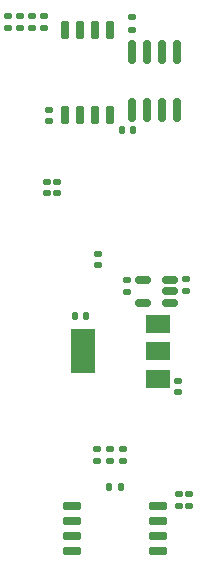
<source format=gbr>
G04 #@! TF.GenerationSoftware,KiCad,Pcbnew,(6.0.5)*
G04 #@! TF.CreationDate,2022-08-24T15:32:52-07:00*
G04 #@! TF.ProjectId,pico-ice,7069636f-2d69-4636-952e-6b696361645f,REV1*
G04 #@! TF.SameCoordinates,Original*
G04 #@! TF.FileFunction,Paste,Bot*
G04 #@! TF.FilePolarity,Positive*
%FSLAX46Y46*%
G04 Gerber Fmt 4.6, Leading zero omitted, Abs format (unit mm)*
G04 Created by KiCad (PCBNEW (6.0.5)) date 2022-08-24 15:32:52*
%MOMM*%
%LPD*%
G01*
G04 APERTURE LIST*
G04 Aperture macros list*
%AMRoundRect*
0 Rectangle with rounded corners*
0 $1 Rounding radius*
0 $2 $3 $4 $5 $6 $7 $8 $9 X,Y pos of 4 corners*
0 Add a 4 corners polygon primitive as box body*
4,1,4,$2,$3,$4,$5,$6,$7,$8,$9,$2,$3,0*
0 Add four circle primitives for the rounded corners*
1,1,$1+$1,$2,$3*
1,1,$1+$1,$4,$5*
1,1,$1+$1,$6,$7*
1,1,$1+$1,$8,$9*
0 Add four rect primitives between the rounded corners*
20,1,$1+$1,$2,$3,$4,$5,0*
20,1,$1+$1,$4,$5,$6,$7,0*
20,1,$1+$1,$6,$7,$8,$9,0*
20,1,$1+$1,$8,$9,$2,$3,0*%
G04 Aperture macros list end*
%ADD10RoundRect,0.135000X-0.185000X0.135000X-0.185000X-0.135000X0.185000X-0.135000X0.185000X0.135000X0*%
%ADD11RoundRect,0.140000X0.170000X-0.140000X0.170000X0.140000X-0.170000X0.140000X-0.170000X-0.140000X0*%
%ADD12RoundRect,0.140000X-0.170000X0.140000X-0.170000X-0.140000X0.170000X-0.140000X0.170000X0.140000X0*%
%ADD13RoundRect,0.150000X-0.150000X0.650000X-0.150000X-0.650000X0.150000X-0.650000X0.150000X0.650000X0*%
%ADD14RoundRect,0.150000X0.650000X0.150000X-0.650000X0.150000X-0.650000X-0.150000X0.650000X-0.150000X0*%
%ADD15RoundRect,0.140000X0.140000X0.170000X-0.140000X0.170000X-0.140000X-0.170000X0.140000X-0.170000X0*%
%ADD16RoundRect,0.150000X-0.150000X0.825000X-0.150000X-0.825000X0.150000X-0.825000X0.150000X0.825000X0*%
%ADD17RoundRect,0.140000X-0.140000X-0.170000X0.140000X-0.170000X0.140000X0.170000X-0.140000X0.170000X0*%
%ADD18RoundRect,0.150000X0.512500X0.150000X-0.512500X0.150000X-0.512500X-0.150000X0.512500X-0.150000X0*%
%ADD19RoundRect,0.135000X0.185000X-0.135000X0.185000X0.135000X-0.185000X0.135000X-0.185000X-0.135000X0*%
%ADD20R,2.000000X1.500000*%
%ADD21R,2.000000X3.800000*%
G04 APERTURE END LIST*
D10*
X77444600Y-119731600D03*
X77444600Y-120751600D03*
X73507600Y-79398400D03*
X73507600Y-80418400D03*
D11*
X66497200Y-88160800D03*
X66497200Y-87200800D03*
X72771000Y-116913600D03*
X72771000Y-115953600D03*
D12*
X78099500Y-101577200D03*
X78099500Y-102537200D03*
X77393800Y-110137000D03*
X77393800Y-111097000D03*
D13*
X67818000Y-80474000D03*
X69088000Y-80474000D03*
X70358000Y-80474000D03*
X71628000Y-80474000D03*
X71628000Y-87674000D03*
X70358000Y-87674000D03*
X69088000Y-87674000D03*
X67818000Y-87674000D03*
D14*
X75659800Y-120751600D03*
X75659800Y-122021600D03*
X75659800Y-123291600D03*
X75659800Y-124561600D03*
X68459800Y-124561600D03*
X68459800Y-123291600D03*
X68459800Y-122021600D03*
X68459800Y-120751600D03*
D11*
X67183000Y-94282200D03*
X67183000Y-93322200D03*
D15*
X73606600Y-88900000D03*
X72646600Y-88900000D03*
D12*
X70586600Y-99418200D03*
X70586600Y-100378200D03*
X73050400Y-101653400D03*
X73050400Y-102613400D03*
D16*
X73533000Y-82320000D03*
X74803000Y-82320000D03*
X76073000Y-82320000D03*
X77343000Y-82320000D03*
X77343000Y-87270000D03*
X76073000Y-87270000D03*
X74803000Y-87270000D03*
X73533000Y-87270000D03*
D11*
X66294000Y-94282200D03*
X66294000Y-93322200D03*
D10*
X66090800Y-79296800D03*
X66090800Y-80316800D03*
D11*
X70561200Y-116913600D03*
X70561200Y-115953600D03*
D10*
X64058800Y-79296800D03*
X64058800Y-80316800D03*
D17*
X68658800Y-104673400D03*
X69618800Y-104673400D03*
D11*
X71628000Y-116913600D03*
X71628000Y-115953600D03*
D18*
X76677100Y-101640600D03*
X76677100Y-102590600D03*
X76677100Y-103540600D03*
X74402100Y-103540600D03*
X74402100Y-101640600D03*
D10*
X63042800Y-79296800D03*
X63042800Y-80316800D03*
D19*
X78359000Y-120753600D03*
X78359000Y-119733600D03*
D17*
X71579800Y-119151400D03*
X72539800Y-119151400D03*
D20*
X75667000Y-105370600D03*
X75667000Y-107670600D03*
D21*
X69367000Y-107670600D03*
D20*
X75667000Y-109970600D03*
D10*
X65074800Y-79296800D03*
X65074800Y-80316800D03*
M02*

</source>
